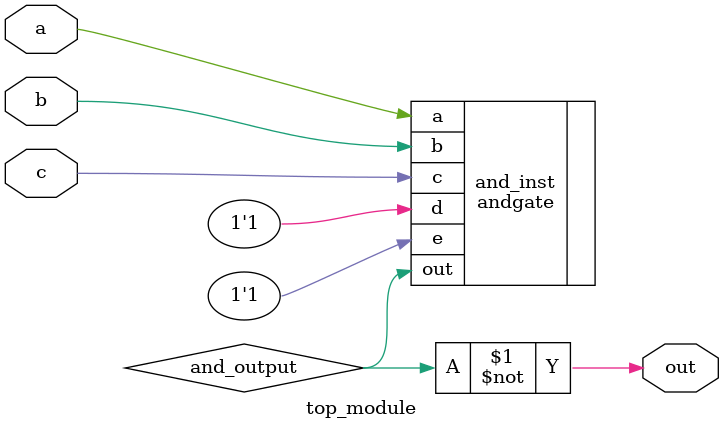
<source format=v>
module top_module (
    input wire a,
    input wire b,
    input wire c,
    output wire out
);
    wire and_output;

    // Instantiating the 5-input AND gate module
    andgate and_inst (
        .a(a),
        .b(b),
        .c(c),
        .d(1'b1), // Connect unused inputs to logic '1'
        .e(1'b1), // Connect unused inputs to logic '1'
        .out(and_output)
    );

    // Invert and_output to implement NAND logic
    assign out = ~and_output;

endmodule
</source>
